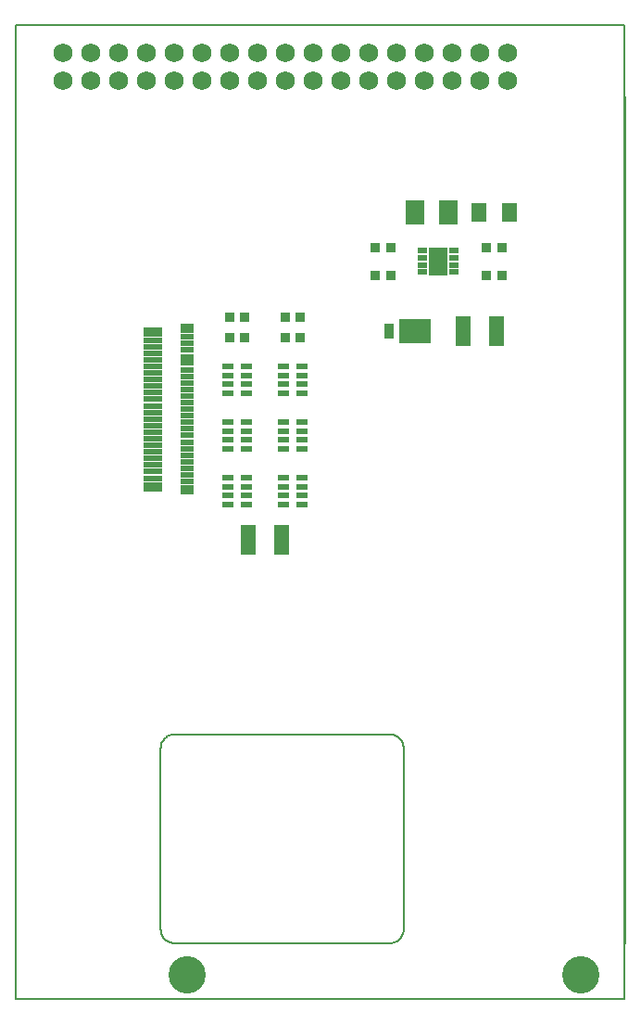
<source format=gbr>
%FSTAX23Y23*%
%MOIN*%
%SFA1B1*%

%IPPOS*%
%ADD11C,0.005000*%
%ADD37C,0.134000*%
%ADD38C,0.068000*%
%ADD39R,0.038000X0.038000*%
%ADD40R,0.043000X0.024000*%
%ADD41R,0.051000X0.034000*%
%ADD42R,0.069000X0.034000*%
%ADD43R,0.051000X0.020000*%
%ADD44R,0.069000X0.020000*%
%ADD45R,0.113000X0.087000*%
%ADD46R,0.038000X0.058000*%
%ADD47R,0.067000X0.087000*%
%ADD48R,0.067000X0.087000*%
%ADD49R,0.058000X0.108000*%
%ADD50R,0.036000X0.020000*%
%ADD51R,0.067000X0.099000*%
%ADD52R,0.058000X0.068000*%
%LNmb785a-1*%
%LPD*%
G54D11*
X-03851Y-00852D02*
D01*
X-03851Y-00848*
X-03851Y-00845*
X-03852Y-00841*
X-03852Y-00838*
X-03854Y-00834*
X-03855Y-00831*
X-03856Y-00828*
X-03858Y-00825*
X-0386Y-00822*
X-03862Y-00819*
X-03865Y-00817*
X-03867Y-00814*
X-0387Y-00812*
X-03873Y-0081*
X-03876Y-00808*
X-03879Y-00807*
X-03882Y-00805*
X-03885Y-00804*
X-03888Y-00803*
X-03892Y-00802*
X-03895Y-00802*
X-03899Y-00802*
X-03901Y-00802*
Y-01552D02*
D01*
X-03897Y-01551*
X-03894Y-01551*
X-0389Y-0155*
X-03887Y-0155*
X-03883Y-01548*
X-0388Y-01547*
X-03877Y-01546*
X-03874Y-01544*
X-03871Y-01542*
X-03868Y-0154*
X-03866Y-01537*
X-03863Y-01535*
X-03861Y-01532*
X-03859Y-01529*
X-03857Y-01527*
X-03856Y-01523*
X-03854Y-0152*
X-03853Y-01517*
X-03852Y-01514*
X-03851Y-0151*
X-03851Y-01507*
X-03851Y-01503*
X-03851Y-01502*
X-04676Y-00802D02*
D01*
X-04679Y-00802*
X-04682Y-00802*
X-04686Y-00803*
X-04689Y-00803*
X-04693Y-00805*
X-04696Y-00806*
X-04699Y-00807*
X-04702Y-00809*
X-04705Y-00811*
X-04708Y-00813*
X-0471Y-00816*
X-04713Y-00818*
X-04715Y-00821*
X-04717Y-00824*
X-04719Y-00827*
X-0472Y-0083*
X-04722Y-00833*
X-04723Y-00836*
X-04724Y-00839*
X-04725Y-00843*
X-04725Y-00846*
X-04725Y-0085*
X-04726Y-00852*
Y-01502D02*
D01*
X-04725Y-01505*
X-04725Y-01508*
X-04724Y-01512*
X-04724Y-01515*
X-04722Y-01519*
X-04721Y-01522*
X-0472Y-01525*
X-04718Y-01528*
X-04716Y-01531*
X-04714Y-01534*
X-04711Y-01536*
X-04709Y-01539*
X-04706Y-01541*
X-04703Y-01543*
X-04701Y-01545*
X-04697Y-01546*
X-04694Y-01548*
X-04691Y-01549*
X-04688Y-0155*
X-04684Y-01551*
X-04681Y-01551*
X-04677Y-01551*
X-04676Y-01552*
X-03056Y-01752D02*
Y01748D01*
X-05246D02*
X-03056D01*
X-03055Y-01552D02*
Y01492D01*
X-03056Y-01752D02*
Y01748D01*
X-05246D02*
X-03056D01*
X-05246Y-01752D02*
X-03056D01*
X-04786D02*
X-03056D01*
Y01553D01*
X-05246Y-01752D02*
Y01748D01*
X-04676Y-01552D02*
X-03901D01*
X-04676Y-00802D02*
X-03901D01*
X-03851Y-01502D02*
Y-00852D01*
X-04726Y-01502D02*
Y-00852D01*
G54D37*
X-0463Y-01664D03*
X-03212D03*
G54D38*
X-05076Y01548D03*
X-03476Y01648D03*
Y01548D03*
X-03576Y01648D03*
Y01548D03*
X-03676Y01648D03*
Y01548D03*
X-03776Y01648D03*
Y01548D03*
X-03876Y01648D03*
Y01548D03*
X-03976Y01648D03*
Y01548D03*
X-04076Y01648D03*
Y01548D03*
X-04176Y01648D03*
Y01548D03*
X-04276Y01648D03*
Y01548D03*
X-04376Y01648D03*
Y01548D03*
X-04476Y01648D03*
Y01548D03*
X-04576Y01648D03*
Y01548D03*
X-04676Y01648D03*
Y01548D03*
X-04776Y01648D03*
Y01548D03*
X-04876Y01648D03*
Y01548D03*
X-04976Y01648D03*
Y01548D03*
X-05076Y01648D03*
G54D39*
X-03953Y00848D03*
X-03898D03*
X-04423Y00623D03*
X-04478D03*
X-04278Y00698D03*
X-04223D03*
X-03898Y00948D03*
X-03953D03*
X-03498Y00848D03*
X-03553D03*
Y00948D03*
X-03498D03*
X-04478Y00698D03*
X-04423D03*
X-04223Y00623D03*
X-04278D03*
G54D40*
X-04217Y0012D03*
Y00026D03*
Y00089D03*
X-04284Y0012D03*
Y00026D03*
Y00089D03*
Y00057D03*
X-04217D03*
X-04284Y0032D03*
Y00226D03*
Y00289D03*
X-04217Y0032D03*
Y00226D03*
Y00289D03*
Y00257D03*
X-04284D03*
X-04417Y00457D03*
X-04484D03*
Y00489D03*
Y00426D03*
Y0052D03*
X-04417Y00489D03*
Y00426D03*
Y0052D03*
Y00089D03*
X-04484D03*
Y00057D03*
Y0012D03*
Y00026D03*
X-04417Y00057D03*
Y0012D03*
Y00026D03*
Y00289D03*
X-04484D03*
Y00257D03*
Y0032D03*
Y00226D03*
X-04417Y00257D03*
Y0032D03*
Y00226D03*
X-04284Y00457D03*
X-04217D03*
Y00489D03*
Y00426D03*
Y0052D03*
X-04284Y00489D03*
Y00426D03*
Y0052D03*
G54D41*
X-0463Y00077D03*
Y00658D03*
G54D42*
X-04755Y00089D03*
Y00646D03*
G54D43*
X-0463Y00108D03*
Y00131D03*
Y00155D03*
Y00179D03*
Y00202D03*
Y00226D03*
Y00249D03*
Y00273D03*
Y00297D03*
Y0032D03*
Y00344D03*
Y00368D03*
Y00391D03*
Y00415D03*
Y00438D03*
Y00462D03*
Y00486D03*
Y00509D03*
Y00533D03*
Y00556D03*
Y0058D03*
Y00604D03*
Y00627D03*
G54D44*
X-04755Y00119D03*
Y00143D03*
Y00167D03*
Y0019D03*
Y00214D03*
Y00238D03*
Y00261D03*
Y00285D03*
Y00308D03*
Y00332D03*
Y00356D03*
Y00379D03*
Y00403D03*
Y00427D03*
Y0045D03*
Y00474D03*
Y00497D03*
Y00521D03*
Y00545D03*
Y00568D03*
Y00592D03*
Y00616D03*
G54D45*
X-03811Y00648D03*
G54D46*
X-03903Y00648D03*
G54D47*
X-03811Y01073D03*
G54D48*
X-03691Y01073D03*
G54D49*
X-03516Y00648D03*
X-03636D03*
X-04411Y-00102D03*
X-04291D03*
G54D50*
X-03783Y00937D03*
Y00911D03*
Y00885D03*
Y0086D03*
X-03669Y00937D03*
Y00911D03*
Y00885D03*
Y0086D03*
G54D51*
X-03726Y00898D03*
G54D52*
X-03471Y01073D03*
X-03581D03*
M02*
</source>
